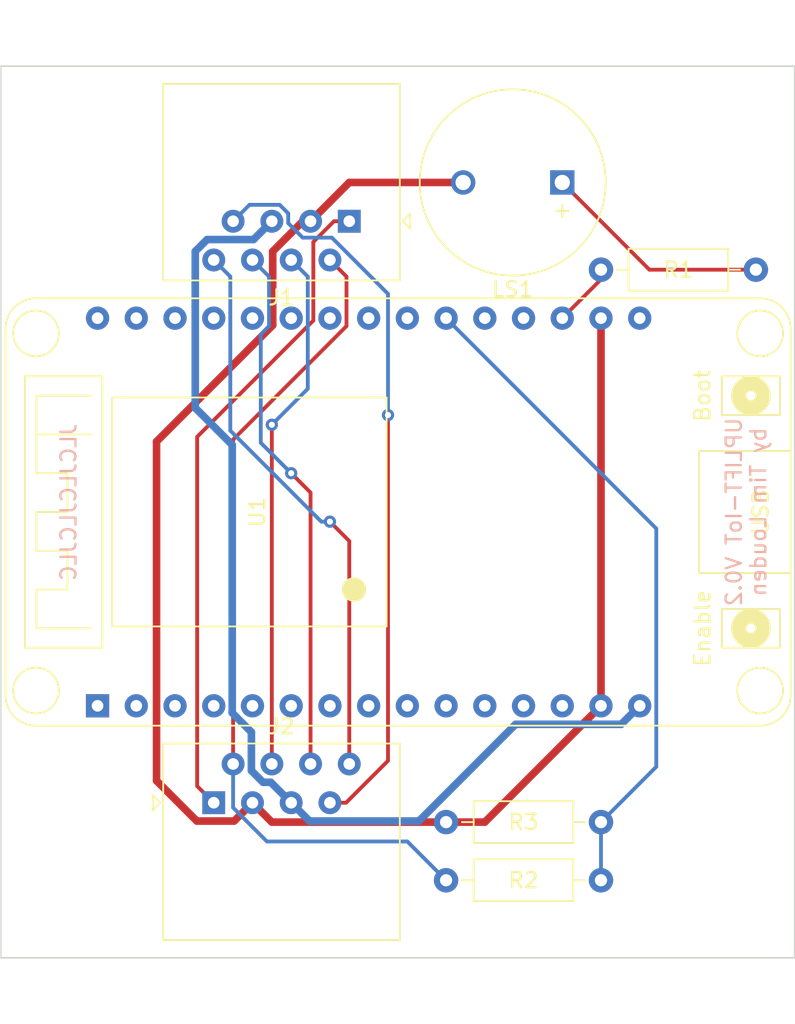
<source format=kicad_pcb>
(kicad_pcb (version 20171130) (host pcbnew "(5.1.10)-1")

  (general
    (thickness 1.6)
    (drawings 6)
    (tracks 86)
    (zones 0)
    (modules 11)
    (nets 37)
  )

  (page A4)
  (layers
    (0 F.Cu signal)
    (31 B.Cu signal)
    (32 B.Adhes user hide)
    (33 F.Adhes user hide)
    (34 B.Paste user hide)
    (35 F.Paste user hide)
    (36 B.SilkS user)
    (37 F.SilkS user)
    (38 B.Mask user hide)
    (39 F.Mask user hide)
    (40 Dwgs.User user hide)
    (41 Cmts.User user hide)
    (42 Eco1.User user hide)
    (43 Eco2.User user hide)
    (44 Edge.Cuts user)
    (45 Margin user hide)
    (46 B.CrtYd user hide)
    (47 F.CrtYd user)
    (48 B.Fab user hide)
    (49 F.Fab user)
  )

  (setup
    (last_trace_width 0.25)
    (user_trace_width 0.5)
    (trace_clearance 0.2)
    (zone_clearance 0.508)
    (zone_45_only no)
    (trace_min 0.2)
    (via_size 0.8)
    (via_drill 0.4)
    (via_min_size 0.4)
    (via_min_drill 0.3)
    (uvia_size 0.3)
    (uvia_drill 0.1)
    (uvias_allowed no)
    (uvia_min_size 0.2)
    (uvia_min_drill 0.1)
    (edge_width 0.1)
    (segment_width 0.2)
    (pcb_text_width 0.3)
    (pcb_text_size 1.5 1.5)
    (mod_edge_width 0.15)
    (mod_text_size 1 1)
    (mod_text_width 0.15)
    (pad_size 1.524 1.524)
    (pad_drill 0.762)
    (pad_to_mask_clearance 0)
    (aux_axis_origin 0 0)
    (visible_elements 7FFDFFFF)
    (pcbplotparams
      (layerselection 0x010fc_ffffffff)
      (usegerberextensions true)
      (usegerberattributes true)
      (usegerberadvancedattributes true)
      (creategerberjobfile true)
      (excludeedgelayer true)
      (linewidth 0.100000)
      (plotframeref false)
      (viasonmask false)
      (mode 1)
      (useauxorigin false)
      (hpglpennumber 1)
      (hpglpenspeed 20)
      (hpglpendiameter 15.000000)
      (psnegative false)
      (psa4output false)
      (plotreference true)
      (plotvalue true)
      (plotinvisibletext false)
      (padsonsilk false)
      (subtractmaskfromsilk true)
      (outputformat 1)
      (mirror false)
      (drillshape 0)
      (scaleselection 1)
      (outputdirectory "plot/"))
  )

  (net 0 "")
  (net 1 "Net-(J1-Pad8)")
  (net 2 "Net-(J1-Pad7)")
  (net 3 "Net-(J1-Pad6)")
  (net 4 +5V)
  (net 5 "Net-(J1-Pad4)")
  (net 6 GND)
  (net 7 uart_data)
  (net 8 "Net-(J1-Pad1)")
  (net 9 "Net-(LS1-Pad1)")
  (net 10 speaker)
  (net 11 esp32_rx2)
  (net 12 "Net-(U1-Pad30)")
  (net 13 "Net-(U1-Pad29)")
  (net 14 "Net-(U1-Pad28)")
  (net 15 "Net-(U1-Pad27)")
  (net 16 "Net-(U1-Pad26)")
  (net 17 "Net-(U1-Pad25)")
  (net 18 "Net-(U1-Pad24)")
  (net 19 "Net-(U1-Pad23)")
  (net 20 "Net-(U1-Pad22)")
  (net 21 "Net-(U1-Pad20)")
  (net 22 "Net-(U1-Pad19)")
  (net 23 "Net-(U1-Pad16)")
  (net 24 "Net-(U1-Pad13)")
  (net 25 "Net-(U1-Pad12)")
  (net 26 "Net-(U1-Pad11)")
  (net 27 "Net-(U1-Pad10)")
  (net 28 "Net-(U1-Pad9)")
  (net 29 "Net-(U1-Pad8)")
  (net 30 "Net-(U1-Pad7)")
  (net 31 "Net-(U1-Pad6)")
  (net 32 "Net-(U1-Pad5)")
  (net 33 "Net-(U1-Pad4)")
  (net 34 "Net-(U1-Pad3)")
  (net 35 "Net-(U1-Pad2)")
  (net 36 "Net-(U1-Pad1)")

  (net_class Default "This is the default net class."
    (clearance 0.2)
    (trace_width 0.25)
    (via_dia 0.8)
    (via_drill 0.4)
    (uvia_dia 0.3)
    (uvia_drill 0.1)
    (add_net "Net-(J1-Pad1)")
    (add_net "Net-(J1-Pad4)")
    (add_net "Net-(J1-Pad6)")
    (add_net "Net-(J1-Pad7)")
    (add_net "Net-(J1-Pad8)")
    (add_net "Net-(LS1-Pad1)")
    (add_net "Net-(U1-Pad1)")
    (add_net "Net-(U1-Pad10)")
    (add_net "Net-(U1-Pad11)")
    (add_net "Net-(U1-Pad12)")
    (add_net "Net-(U1-Pad13)")
    (add_net "Net-(U1-Pad16)")
    (add_net "Net-(U1-Pad19)")
    (add_net "Net-(U1-Pad2)")
    (add_net "Net-(U1-Pad20)")
    (add_net "Net-(U1-Pad22)")
    (add_net "Net-(U1-Pad23)")
    (add_net "Net-(U1-Pad24)")
    (add_net "Net-(U1-Pad25)")
    (add_net "Net-(U1-Pad26)")
    (add_net "Net-(U1-Pad27)")
    (add_net "Net-(U1-Pad28)")
    (add_net "Net-(U1-Pad29)")
    (add_net "Net-(U1-Pad3)")
    (add_net "Net-(U1-Pad30)")
    (add_net "Net-(U1-Pad4)")
    (add_net "Net-(U1-Pad5)")
    (add_net "Net-(U1-Pad6)")
    (add_net "Net-(U1-Pad7)")
    (add_net "Net-(U1-Pad8)")
    (add_net "Net-(U1-Pad9)")
    (add_net esp32_rx2)
    (add_net speaker)
    (add_net uart_data)
  )

  (net_class Power ""
    (clearance 0.2)
    (trace_width 0.5)
    (via_dia 0.8)
    (via_drill 0.4)
    (uvia_dia 0.3)
    (uvia_drill 0.1)
    (add_net +5V)
    (add_net GND)
  )

  (module Connector_RJ:RJ45_Amphenol_54602-x08_Horizontal (layer F.Cu) (tedit 6138EA07) (tstamp 6137A63B)
    (at 26.67 66.04)
    (descr "8 Pol Shallow Latch Connector, Modjack, RJ45 (https://cdn.amphenol-icc.com/media/wysiwyg/files/drawing/c-bmj-0102.pdf)")
    (tags RJ45)
    (path /61341F55)
    (fp_text reference J2 (at 4.445 -5) (layer F.SilkS)
      (effects (font (size 1 1) (thickness 0.15)))
    )
    (fp_text value RJ45 (at 4.445 4) (layer F.Fab)
      (effects (font (size 1 1) (thickness 0.15)))
    )
    (fp_line (start 12.6 14.47) (end -3.71 14.47) (layer F.CrtYd) (width 0.05))
    (fp_line (start 12.6 14.47) (end 12.6 -4.27) (layer F.CrtYd) (width 0.05))
    (fp_line (start -3.71 -4.27) (end -3.71 14.47) (layer F.CrtYd) (width 0.05))
    (fp_line (start -3.71 -4.27) (end 12.6 -4.27) (layer F.CrtYd) (width 0.05))
    (fp_line (start -3.315 -3.88) (end -3.315 9) (layer F.SilkS) (width 0.12))
    (fp_line (start 12.205 -3.88) (end -3.315 -3.88) (layer F.SilkS) (width 0.12))
    (fp_line (start 12.205 -3.88) (end 12.205 9) (layer F.SilkS) (width 0.12))
    (fp_line (start -3.315 9) (end 12.205 9) (layer F.SilkS) (width 0.12))
    (fp_line (start -3.205 -2.77) (end -2.205 -3.77) (layer F.Fab) (width 0.12))
    (fp_line (start -2.205 -3.77) (end 12.095 -3.77) (layer F.Fab) (width 0.12))
    (fp_line (start 12.095 -3.77) (end 12.095 13.97) (layer F.Fab) (width 0.12))
    (fp_line (start 12.095 13.97) (end -3.205 13.97) (layer F.Fab) (width 0.12))
    (fp_line (start -3.205 13.97) (end -3.205 -2.77) (layer F.Fab) (width 0.12))
    (fp_line (start -3.5 0) (end -4 -0.5) (layer F.SilkS) (width 0.12))
    (fp_line (start -4 -0.5) (end -4 0.5) (layer F.SilkS) (width 0.12))
    (fp_line (start -4 0.5) (end -3.5 0) (layer F.SilkS) (width 0.12))
    (fp_text user %R (at 4.445 2) (layer F.Fab)
      (effects (font (size 1 1) (thickness 0.15)))
    )
    (pad 8 thru_hole circle (at 8.89 -2.54) (size 1.5 1.5) (drill 0.76) (layers *.Cu *.Mask)
      (net 1 "Net-(J1-Pad8)"))
    (pad 7 thru_hole circle (at 7.62 0) (size 1.5 1.5) (drill 0.76) (layers *.Cu *.Mask)
      (net 2 "Net-(J1-Pad7)"))
    (pad 6 thru_hole circle (at 6.35 -2.54) (size 1.5 1.5) (drill 0.76) (layers *.Cu *.Mask)
      (net 3 "Net-(J1-Pad6)"))
    (pad 5 thru_hole circle (at 5.08 0) (size 1.5 1.5) (drill 0.76) (layers *.Cu *.Mask)
      (net 4 +5V))
    (pad 4 thru_hole circle (at 3.81 -2.54) (size 1.5 1.5) (drill 0.76) (layers *.Cu *.Mask)
      (net 5 "Net-(J1-Pad4)"))
    (pad 3 thru_hole circle (at 2.54 0) (size 1.5 1.5) (drill 0.76) (layers *.Cu *.Mask)
      (net 6 GND))
    (pad 2 thru_hole circle (at 1.27 -2.54) (size 1.5 1.5) (drill 0.76) (layers *.Cu *.Mask)
      (net 7 uart_data))
    (pad 1 thru_hole rect (at 0 0) (size 1.5 1.5) (drill 0.76) (layers *.Cu *.Mask)
      (net 8 "Net-(J1-Pad1)"))
    (pad "" np_thru_hole circle (at -1.27 6.35) (size 3.2 3.2) (drill 3.2) (layers *.Cu *.Mask))
    (pad "" np_thru_hole circle (at 10.16 6.35) (size 3.2 3.2) (drill 3.2) (layers *.Cu *.Mask))
    (model ${KISYS3DMOD}/Connector_RJ.3dshapes/RJ45_Amphenol_54602-x08_Horizontal.wrl
      (at (xyz 0 0 0))
      (scale (xyz 1 1 1))
      (rotate (xyz 0 0 0))
    )
  )

  (module Buzzer_Beeper:MagneticBuzzer_ProSignal_ABT-410-RC (layer F.Cu) (tedit 5A030281) (tstamp 6139048D)
    (at 49.53 25.4 180)
    (descr "Buzzer, Elektromagnetic Beeper, Summer, 1,5V-DC,")
    (tags "Pro Signal ABT-410-RC ")
    (path /61344E52)
    (fp_text reference LS1 (at 3.25 -7) (layer F.SilkS)
      (effects (font (size 1 1) (thickness 0.15)))
    )
    (fp_text value Speaker (at 3.25 7) (layer F.Fab)
      (effects (font (size 1 1) (thickness 0.15)))
    )
    (fp_circle (center 3.25 0) (end 9.25 0) (layer F.Fab) (width 0.1))
    (fp_circle (center 3.25 0) (end 4.4 0) (layer F.Fab) (width 0.1))
    (fp_circle (center 3.25 0) (end 9.35 0) (layer F.SilkS) (width 0.12))
    (fp_circle (center 3.25 0) (end 9.5 0) (layer F.CrtYd) (width 0.05))
    (fp_text user %R (at 3.25 -7) (layer F.Fab)
      (effects (font (size 1 1) (thickness 0.15)))
    )
    (fp_text user + (at 0 -1.8) (layer F.SilkS)
      (effects (font (size 1 1) (thickness 0.15)))
    )
    (fp_text user + (at 0 -1.8) (layer F.Fab)
      (effects (font (size 1 1) (thickness 0.15)))
    )
    (pad 2 thru_hole circle (at 6.5 0 180) (size 1.6 1.6) (drill 1) (layers *.Cu *.Mask)
      (net 6 GND))
    (pad 1 thru_hole rect (at 0 0 180) (size 1.6 1.6) (drill 1) (layers *.Cu *.Mask)
      (net 9 "Net-(LS1-Pad1)"))
    (model ${KISYS3DMOD}/Buzzer_Beeper.3dshapes/MagneticBuzzer_ProSignal_ABT-410-RC.wrl
      (at (xyz 0 0 0))
      (scale (xyz 1 1 1))
      (rotate (xyz 0 0 0))
    )
  )

  (module ESP32_DevKit_V1_DOIT:esp32_devkit_v1_doit (layer F.Cu) (tedit 5F4BBE44) (tstamp 6137A6E0)
    (at 19.05 46.99 90)
    (descr "ESPWROOM32, ESP32, 30 GPIOs version")
    (path /6136C14B)
    (attr smd)
    (fp_text reference U1 (at 0 10.47 90) (layer F.SilkS)
      (effects (font (size 1 1) (thickness 0.15)))
    )
    (fp_text value ESP32_DevKit_V1_DOIT (at 0 8.7 90) (layer F.Fab)
      (effects (font (size 1 1) (thickness 0.15)))
    )
    (fp_circle (center 7.62 42.855) (end 7.92 42.855) (layer F.SilkS) (width 1))
    (fp_circle (center -7.62 42.855) (end -7.32 42.855) (layer F.SilkS) (width 1))
    (fp_line (start -6.35 40.95) (end -6.35 44.76) (layer F.SilkS) (width 0.12))
    (fp_line (start -8.89 40.95) (end -6.35 40.95) (layer F.SilkS) (width 0.12))
    (fp_line (start -8.89 44.76) (end -8.89 40.95) (layer F.SilkS) (width 0.12))
    (fp_line (start -6.35 44.76) (end -8.89 44.76) (layer F.SilkS) (width 0.12))
    (fp_line (start 6.35 44.76) (end 6.35 40.95) (layer F.SilkS) (width 0.12))
    (fp_line (start 8.89 44.76) (end 6.35 44.76) (layer F.SilkS) (width 0.12))
    (fp_line (start 8.89 40.95) (end 8.89 44.76) (layer F.SilkS) (width 0.12))
    (fp_line (start 6.35 40.95) (end 8.89 40.95) (layer F.SilkS) (width 0.12))
    (fp_circle (center -5.08 16.82) (end -4.68 16.82) (layer F.SilkS) (width 0.8))
    (fp_line (start -7.5 18.96) (end -7.5 0.96) (layer F.SilkS) (width 0.12))
    (fp_line (start 7.5 18.96) (end -7.5 18.96) (layer F.SilkS) (width 0.12))
    (fp_line (start 7.5 0.96) (end 7.5 18.96) (layer F.SilkS) (width 0.12))
    (fp_line (start -7.5 0.96) (end 7.5 0.96) (layer F.SilkS) (width 0.12))
    (fp_line (start 5.08 -4.008) (end 5.08 -0.452) (layer F.SilkS) (width 0.12))
    (fp_line (start 7.62 -4.008) (end 7.62 -0.452) (layer F.SilkS) (width 0.12))
    (fp_line (start 2.54 -4.008) (end 7.62 -4.008) (layer F.SilkS) (width 0.12))
    (fp_line (start 2.54 -1.976) (end 2.54 -4.008) (layer F.SilkS) (width 0.12))
    (fp_line (start 0 -1.976) (end 2.54 -1.976) (layer F.SilkS) (width 0.12))
    (fp_line (start 0 -4.008) (end 0 -1.976) (layer F.SilkS) (width 0.12))
    (fp_line (start -2.54 -4.008) (end 0 -4.008) (layer F.SilkS) (width 0.12))
    (fp_line (start -2.54 -1.976) (end -2.54 -4.008) (layer F.SilkS) (width 0.12))
    (fp_line (start -5.08 -1.976) (end -2.54 -1.976) (layer F.SilkS) (width 0.12))
    (fp_line (start -5.08 -4.008) (end -5.08 -1.976) (layer F.SilkS) (width 0.12))
    (fp_line (start -7.62 -4.008) (end -5.08 -4.008) (layer F.SilkS) (width 0.12))
    (fp_line (start -7.62 -0.452) (end -7.62 -4.008) (layer F.SilkS) (width 0.12))
    (fp_line (start -8.89 0.31) (end -8.89 -4.77) (layer F.SilkS) (width 0.12))
    (fp_line (start 8.89 0.31) (end -8.89 0.31) (layer F.SilkS) (width 0.12))
    (fp_line (start 8.89 -4.77) (end 8.89 0.31) (layer F.SilkS) (width 0.12))
    (fp_line (start -8.89 -4.77) (end 8.89 -4.77) (layer F.SilkS) (width 0.12))
    (fp_line (start -4 39.46) (end 4 39.46) (layer F.SilkS) (width 0.12))
    (fp_line (start 4 39.46) (end 4 45.46) (layer F.SilkS) (width 0.12))
    (fp_line (start -4 39.46) (end -4 45.46) (layer F.SilkS) (width 0.12))
    (fp_circle (center 11.7 43.46) (end 13.2 43.46) (layer F.SilkS) (width 0.12))
    (fp_circle (center -11.7 43.46) (end -10.2 43.46) (layer F.SilkS) (width 0.12))
    (fp_line (start -12 -6.04) (end 12 -6.04) (layer F.SilkS) (width 0.12))
    (fp_line (start -12 45.46) (end 12 45.46) (layer F.SilkS) (width 0.12))
    (fp_line (start -14 -4.04) (end -14 43.46) (layer F.SilkS) (width 0.12))
    (fp_line (start 14 43.46) (end 14 -4.04) (layer F.SilkS) (width 0.12))
    (fp_circle (center 11.7 -4.04) (end 13.2 -4.04) (layer F.SilkS) (width 0.12))
    (fp_circle (center -11.7 -4.04) (end -10.2 -4.04) (layer F.SilkS) (width 0.12))
    (fp_arc (start 12 43.46) (end 12 45.46) (angle -90) (layer F.SilkS) (width 0.12))
    (fp_arc (start -12 43.46) (end -14 43.46) (angle -90) (layer F.SilkS) (width 0.12))
    (fp_arc (start -12 -4.04) (end -12 -6.04) (angle -90) (layer F.SilkS) (width 0.12))
    (fp_arc (start 12 -4.04) (end 14 -4.04) (angle -90) (layer F.SilkS) (width 0.12))
    (fp_text user Enable (at -7.62 39.68 90) (layer F.SilkS)
      (effects (font (size 1 1) (thickness 0.15)))
    )
    (fp_text user Boot (at 7.62 39.68 90) (layer F.SilkS)
      (effects (font (size 1 1) (thickness 0.15)))
    )
    (fp_text user USB (at 0 43.49 90) (layer F.SilkS)
      (effects (font (size 1 1) (thickness 0.15)))
    )
    (pad 30 thru_hole circle (at 12.7 0 90) (size 1.524 1.524) (drill 0.762) (layers *.Cu *.Mask)
      (net 12 "Net-(U1-Pad30)"))
    (pad 29 thru_hole circle (at 12.7 2.54 90) (size 1.524 1.524) (drill 0.762) (layers *.Cu *.Mask)
      (net 13 "Net-(U1-Pad29)"))
    (pad 28 thru_hole circle (at 12.7 5.08 90) (size 1.524 1.524) (drill 0.762) (layers *.Cu *.Mask)
      (net 14 "Net-(U1-Pad28)"))
    (pad 27 thru_hole circle (at 12.7 7.62 90) (size 1.524 1.524) (drill 0.762) (layers *.Cu *.Mask)
      (net 15 "Net-(U1-Pad27)"))
    (pad 26 thru_hole circle (at 12.7 10.16 90) (size 1.524 1.524) (drill 0.762) (layers *.Cu *.Mask)
      (net 16 "Net-(U1-Pad26)"))
    (pad 25 thru_hole circle (at 12.7 12.7 90) (size 1.524 1.524) (drill 0.762) (layers *.Cu *.Mask)
      (net 17 "Net-(U1-Pad25)"))
    (pad 24 thru_hole circle (at 12.7 15.24 90) (size 1.524 1.524) (drill 0.762) (layers *.Cu *.Mask)
      (net 18 "Net-(U1-Pad24)"))
    (pad 23 thru_hole circle (at 12.7 17.78 90) (size 1.524 1.524) (drill 0.762) (layers *.Cu *.Mask)
      (net 19 "Net-(U1-Pad23)"))
    (pad 22 thru_hole circle (at 12.7 20.32 90) (size 1.524 1.524) (drill 0.762) (layers *.Cu *.Mask)
      (net 20 "Net-(U1-Pad22)"))
    (pad 21 thru_hole circle (at 12.7 22.86 90) (size 1.524 1.524) (drill 0.762) (layers *.Cu *.Mask)
      (net 11 esp32_rx2))
    (pad 20 thru_hole circle (at 12.7 25.4 90) (size 1.524 1.524) (drill 0.762) (layers *.Cu *.Mask)
      (net 21 "Net-(U1-Pad20)"))
    (pad 19 thru_hole circle (at 12.7 27.94 90) (size 1.524 1.524) (drill 0.762) (layers *.Cu *.Mask)
      (net 22 "Net-(U1-Pad19)"))
    (pad 18 thru_hole circle (at 12.7 30.48 90) (size 1.524 1.524) (drill 0.762) (layers *.Cu *.Mask)
      (net 10 speaker))
    (pad 17 thru_hole circle (at 12.7 33.02 90) (size 1.524 1.524) (drill 0.762) (layers *.Cu *.Mask)
      (net 6 GND))
    (pad 16 thru_hole circle (at 12.7 35.56 90) (size 1.524 1.524) (drill 0.762) (layers *.Cu *.Mask)
      (net 23 "Net-(U1-Pad16)"))
    (pad 15 thru_hole circle (at -12.7 35.56 90) (size 1.524 1.524) (drill 0.762) (layers *.Cu *.Mask)
      (net 4 +5V))
    (pad 14 thru_hole circle (at -12.7 33.02 90) (size 1.524 1.524) (drill 0.762) (layers *.Cu *.Mask)
      (net 6 GND))
    (pad 13 thru_hole circle (at -12.7 30.48 90) (size 1.524 1.524) (drill 0.762) (layers *.Cu *.Mask)
      (net 24 "Net-(U1-Pad13)"))
    (pad 12 thru_hole circle (at -12.7 27.94 90) (size 1.524 1.524) (drill 0.762) (layers *.Cu *.Mask)
      (net 25 "Net-(U1-Pad12)"))
    (pad 11 thru_hole circle (at -12.7 25.4 90) (size 1.524 1.524) (drill 0.762) (layers *.Cu *.Mask)
      (net 26 "Net-(U1-Pad11)"))
    (pad 10 thru_hole circle (at -12.7 22.86 90) (size 1.524 1.524) (drill 0.762) (layers *.Cu *.Mask)
      (net 27 "Net-(U1-Pad10)"))
    (pad 9 thru_hole circle (at -12.7 20.32 90) (size 1.524 1.524) (drill 0.762) (layers *.Cu *.Mask)
      (net 28 "Net-(U1-Pad9)"))
    (pad 8 thru_hole circle (at -12.7 17.78 90) (size 1.524 1.524) (drill 0.762) (layers *.Cu *.Mask)
      (net 29 "Net-(U1-Pad8)"))
    (pad 7 thru_hole circle (at -12.7 15.24 90) (size 1.524 1.524) (drill 0.762) (layers *.Cu *.Mask)
      (net 30 "Net-(U1-Pad7)"))
    (pad 6 thru_hole circle (at -12.7 12.7 90) (size 1.524 1.524) (drill 0.762) (layers *.Cu *.Mask)
      (net 31 "Net-(U1-Pad6)"))
    (pad 5 thru_hole circle (at -12.7 10.16 90) (size 1.524 1.524) (drill 0.762) (layers *.Cu *.Mask)
      (net 32 "Net-(U1-Pad5)"))
    (pad 4 thru_hole circle (at -12.7 7.62 90) (size 1.524 1.524) (drill 0.762) (layers *.Cu *.Mask)
      (net 33 "Net-(U1-Pad4)"))
    (pad 3 thru_hole circle (at -12.7 5.08 90) (size 1.524 1.524) (drill 0.762) (layers *.Cu *.Mask)
      (net 34 "Net-(U1-Pad3)"))
    (pad 2 thru_hole circle (at -12.7 2.54 90) (size 1.524 1.524) (drill 0.762) (layers *.Cu *.Mask)
      (net 35 "Net-(U1-Pad2)"))
    (pad 1 thru_hole rect (at -12.7 0 90) (size 1.524 1.524) (drill 0.762) (layers *.Cu *.Mask)
      (net 36 "Net-(U1-Pad1)"))
    (model ${KISYS3DMOD}/Button_Switch_SMD.3dshapes/SW_SPST_B3U-1000P-B.wrl
      (offset (xyz 7.5 -43 4))
      (scale (xyz 1 1 1))
      (rotate (xyz 0 0 90))
    )
    (model ${KISYS3DMOD}/Button_Switch_SMD.3dshapes/SW_SPST_B3U-1000P-B.wrl
      (offset (xyz -7.5 -43 4))
      (scale (xyz 1 1 1))
      (rotate (xyz 0 0 90))
    )
    (model ${KISYS3DMOD}/Connector_PinHeader_2.54mm.3dshapes/PinHeader_1x15_P2.54mm_Vertical.wrl
      (offset (xyz -12.7 0 2.5))
      (scale (xyz 1 1 1))
      (rotate (xyz 0 180 0))
    )
    (model ${KISYS3DMOD}/Connector_PinHeader_2.54mm.3dshapes/PinHeader_1x15_P2.54mm_Vertical.wrl
      (offset (xyz 12.7 0 2.5))
      (scale (xyz 1 1 1))
      (rotate (xyz 0 180 0))
    )
    (model ${VL_PACKAGES3D}/esp32_devkit_v1_doit.3dshapes/esp32_devkit_v1_doit.step
      (offset (xyz -12.7 0 2.5))
      (scale (xyz 1 1 1))
      (rotate (xyz 0 0 0))
    )
    (model ${KISYS3DMOD}/Connector_USB.3dshapes/USB_Micro-B_Molex_47346-0001.wrl
      (offset (xyz 0 -42 4))
      (scale (xyz 1 1 1))
      (rotate (xyz 0 0 0))
    )
    (model ${KISYS3DMOD}/LED_SMD.3dshapes/LED_1206_3216Metric.wrl
      (offset (xyz -6 -23 4))
      (scale (xyz 1 1 1))
      (rotate (xyz 0 0 -90))
    )
    (model ${KISYS3DMOD}/LED_SMD.3dshapes/LED_1206_3216Metric.wrl
      (offset (xyz 6 -23 4))
      (scale (xyz 1 1 1))
      (rotate (xyz 0 0 -90))
    )
    (model ${KISYS3DMOD}/Capacitor_Tantalum_SMD.3dshapes/CP_EIA-2012-15_AVX-P.wrl
      (offset (xyz -6.5 -27.5 4))
      (scale (xyz 1 1 1))
      (rotate (xyz 0 0 0))
    )
    (model ${KISYS3DMOD}/Package_TO_SOT_SMD.3dshapes/SOT-223.wrl
      (offset (xyz -6 -33 4))
      (scale (xyz 1 1 1))
      (rotate (xyz 0 0 -180))
    )
    (model ${KISYS3DMOD}/Resistor_SMD.3dshapes/R_0603_1608Metric.wrl
      (offset (xyz -7 -38.5 4))
      (scale (xyz 1 1 1))
      (rotate (xyz 0 0 0))
    )
    (model ${KISYS3DMOD}/Resistor_SMD.3dshapes/R_0603_1608Metric.wrl
      (offset (xyz 8.5 -38.5 4))
      (scale (xyz 1 1 1))
      (rotate (xyz 0 0 0))
    )
    (model ${KISYS3DMOD}/Resistor_SMD.3dshapes/R_0603_1608Metric.wrl
      (offset (xyz 5.5 -38.5 4))
      (scale (xyz 1 1 1))
      (rotate (xyz 0 0 0))
    )
    (model ${KISYS3DMOD}/Package_TO_SOT_SMD.3dshapes/SOT-23.wrl
      (offset (xyz -0.5 -27.5 4))
      (scale (xyz 1 1 1))
      (rotate (xyz 0 0 0))
    )
    (model ${KISYS3DMOD}/Package_TO_SOT_SMD.3dshapes/SOT-23.wrl
      (offset (xyz 6 -27.5 4))
      (scale (xyz 1 1 1))
      (rotate (xyz 0 0 -180))
    )
    (model ${KISYS3DMOD}/Resistor_SMD.3dshapes/R_0603_1608Metric.wrl
      (offset (xyz 9 -27.5 4))
      (scale (xyz 1 1 1))
      (rotate (xyz 0 0 90))
    )
    (model ${KISYS3DMOD}/Resistor_SMD.3dshapes/R_0603_1608Metric.wrl
      (offset (xyz -3.5 -27.5 4))
      (scale (xyz 1 1 1))
      (rotate (xyz 0 0 90))
    )
    (model ${KISYS3DMOD}/Capacitor_SMD.3dshapes/C_0603_1608Metric.wrl
      (offset (xyz -0.5 -38.5 4))
      (scale (xyz 1 1 1))
      (rotate (xyz 0 0 0))
    )
    (model ${KISYS3DMOD}/Diode_SMD.3dshapes/D_0603_1608Metric.wrl
      (offset (xyz -3 -38.5 4))
      (scale (xyz 1 1 1))
      (rotate (xyz 0 0 0))
    )
    (model ${KISYS3DMOD}/Resistor_SMD.3dshapes/R_0603_1608Metric.wrl
      (offset (xyz -3 -23 4))
      (scale (xyz 1 1 1))
      (rotate (xyz 0 0 90))
    )
    (model ${KISYS3DMOD}/Resistor_SMD.3dshapes/R_0603_1608Metric.wrl
      (offset (xyz -1.5 -23 4))
      (scale (xyz 1 1 1))
      (rotate (xyz 0 0 90))
    )
    (model ${KISYS3DMOD}/Resistor_SMD.3dshapes/R_0603_1608Metric.wrl
      (offset (xyz 0 -23 4))
      (scale (xyz 1 1 1))
      (rotate (xyz 0 0 90))
    )
    (model ${KISYS3DMOD}/Resistor_SMD.3dshapes/R_0603_1608Metric.wrl
      (offset (xyz 1.5 -23 4))
      (scale (xyz 1 1 1))
      (rotate (xyz 0 0 90))
    )
    (model ${KISYS3DMOD}/Resistor_SMD.3dshapes/R_0603_1608Metric.wrl
      (offset (xyz 3 -23 4))
      (scale (xyz 1 1 1))
      (rotate (xyz 0 0 90))
    )
    (model ${KISYS3DMOD}/Package_DFN_QFN.3dshapes/QFN-28-1EP_5x5mm_P0.5mm_EP3.35x3.35mm.wrl
      (offset (xyz 7 -33.5 4))
      (scale (xyz 1 1 1))
      (rotate (xyz 0 0 0))
    )
    (model ${KISYS3DMOD}/Resistor_SMD.3dshapes/R_0603_1608Metric.wrl
      (offset (xyz 8.5 -22 4))
      (scale (xyz 1 1 1))
      (rotate (xyz 0 0 0))
    )
    (model ${KISYS3DMOD}/Resistor_SMD.3dshapes/R_0603_1608Metric.wrl
      (offset (xyz 8.5 -24 4))
      (scale (xyz 1 1 1))
      (rotate (xyz 0 0 0))
    )
    (model ${KISYS3DMOD}/Capacitor_SMD.3dshapes/C_0603_1608Metric.wrl
      (offset (xyz -8.5 -22 4))
      (scale (xyz 1 1 1))
      (rotate (xyz 0 0 0))
    )
    (model ${KISYS3DMOD}/Capacitor_SMD.3dshapes/C_0603_1608Metric.wrl
      (offset (xyz -8.5 -24 4))
      (scale (xyz 1 1 1))
      (rotate (xyz 0 0 0))
    )
    (model ${KISYS3DMOD}/RF_Module.3dshapes/ESP32-WROOM-32.wrl
      (offset (xyz 0 -10 4))
      (scale (xyz 1 1 1))
      (rotate (xyz 0 0 0))
    )
  )

  (module Connector_RJ:RJ45_Amphenol_54602-x08_Horizontal-ALT-Silk (layer F.Cu) (tedit 6138E9B6) (tstamp 6137A61C)
    (at 35.56 27.94 180)
    (descr "8 Pol Shallow Latch Connector, Modjack, RJ45 (https://cdn.amphenol-icc.com/media/wysiwyg/files/drawing/c-bmj-0102.pdf)")
    (tags RJ45)
    (path /6133FFC0)
    (fp_text reference J1 (at 4.445 -5 180) (layer F.SilkS)
      (effects (font (size 1 1) (thickness 0.15)))
    )
    (fp_text value RJ45 (at 4.445 4 180) (layer F.Fab)
      (effects (font (size 1 1) (thickness 0.15)))
    )
    (fp_line (start 12.6 14.47) (end -3.71 14.47) (layer F.CrtYd) (width 0.05))
    (fp_line (start 12.6 14.47) (end 12.6 -4.27) (layer F.CrtYd) (width 0.05))
    (fp_line (start -3.71 -4.27) (end -3.71 14.47) (layer F.CrtYd) (width 0.05))
    (fp_line (start -3.71 -4.27) (end 12.6 -4.27) (layer F.CrtYd) (width 0.05))
    (fp_line (start -3.315 -3.88) (end -3.315 9) (layer F.SilkS) (width 0.12))
    (fp_line (start 12.205 -3.88) (end -3.315 -3.88) (layer F.SilkS) (width 0.12))
    (fp_line (start 12.205 -3.88) (end 12.205 9) (layer F.SilkS) (width 0.12))
    (fp_line (start -3.315 9) (end 12.205 9) (layer F.SilkS) (width 0.12))
    (fp_line (start -3.205 -2.77) (end -2.205 -3.77) (layer F.Fab) (width 0.12))
    (fp_line (start -2.205 -3.77) (end 12.095 -3.77) (layer F.Fab) (width 0.12))
    (fp_line (start 12.095 -3.77) (end 12.095 13.97) (layer F.Fab) (width 0.12))
    (fp_line (start 12.095 13.97) (end -3.205 13.97) (layer F.Fab) (width 0.12))
    (fp_line (start -3.205 13.97) (end -3.205 -2.77) (layer F.Fab) (width 0.12))
    (fp_line (start -3.5 0) (end -4 -0.5) (layer F.SilkS) (width 0.12))
    (fp_line (start -4 -0.5) (end -4 0.5) (layer F.SilkS) (width 0.12))
    (fp_line (start -4 0.5) (end -3.5 0) (layer F.SilkS) (width 0.12))
    (fp_text user %R (at 4.445 2 180) (layer F.Fab)
      (effects (font (size 1 1) (thickness 0.15)))
    )
    (pad 8 thru_hole circle (at 8.89 -2.54 180) (size 1.5 1.5) (drill 0.76) (layers *.Cu *.Mask)
      (net 1 "Net-(J1-Pad8)"))
    (pad 7 thru_hole circle (at 7.62 0 180) (size 1.5 1.5) (drill 0.76) (layers *.Cu *.Mask)
      (net 2 "Net-(J1-Pad7)"))
    (pad 6 thru_hole circle (at 6.35 -2.54 180) (size 1.5 1.5) (drill 0.76) (layers *.Cu *.Mask)
      (net 3 "Net-(J1-Pad6)"))
    (pad 5 thru_hole circle (at 5.08 0 180) (size 1.5 1.5) (drill 0.76) (layers *.Cu *.Mask)
      (net 4 +5V))
    (pad 4 thru_hole circle (at 3.81 -2.54 180) (size 1.5 1.5) (drill 0.76) (layers *.Cu *.Mask)
      (net 5 "Net-(J1-Pad4)"))
    (pad 3 thru_hole circle (at 2.54 0 180) (size 1.5 1.5) (drill 0.76) (layers *.Cu *.Mask)
      (net 6 GND))
    (pad 2 thru_hole circle (at 1.27 -2.54 180) (size 1.5 1.5) (drill 0.76) (layers *.Cu *.Mask)
      (net 7 uart_data))
    (pad 1 thru_hole rect (at 0 0 180) (size 1.5 1.5) (drill 0.76) (layers *.Cu *.Mask)
      (net 8 "Net-(J1-Pad1)"))
    (pad "" np_thru_hole circle (at -1.27 6.35 180) (size 3.2 3.2) (drill 3.2) (layers *.Cu *.Mask))
    (pad "" np_thru_hole circle (at 10.16 6.35 180) (size 3.2 3.2) (drill 3.2) (layers *.Cu *.Mask))
    (model ${KISYS3DMOD}/Connector_RJ.3dshapes/RJ45_Amphenol_54602-x08_Horizontal.wrl
      (at (xyz 0 0 0))
      (scale (xyz 1 1 1))
      (rotate (xyz 0 0 0))
    )
  )

  (module MountingHole:MountingHole_3.2mm_M3 (layer F.Cu) (tedit 56D1B4CB) (tstamp 6138DC56)
    (at 17.78 72.39)
    (descr "Mounting Hole 3.2mm, no annular, M3")
    (tags "mounting hole 3.2mm no annular m3")
    (attr virtual)
    (fp_text reference REF** (at 0 -4.2) (layer F.SilkS) hide
      (effects (font (size 1 1) (thickness 0.15)))
    )
    (fp_text value MountingHole_3.2mm_M3 (at 0 4.2) (layer F.Fab)
      (effects (font (size 1 1) (thickness 0.15)))
    )
    (fp_circle (center 0 0) (end 3.2 0) (layer Cmts.User) (width 0.15))
    (fp_circle (center 0 0) (end 3.45 0) (layer F.CrtYd) (width 0.05))
    (fp_text user %R (at 0.3 0) (layer F.Fab)
      (effects (font (size 1 1) (thickness 0.15)))
    )
    (pad 1 np_thru_hole circle (at 0 0) (size 3.2 3.2) (drill 3.2) (layers *.Cu *.Mask))
  )

  (module MountingHole:MountingHole_3.2mm_M3 (layer F.Cu) (tedit 56D1B4CB) (tstamp 6138DC3F)
    (at 59.69 21.59)
    (descr "Mounting Hole 3.2mm, no annular, M3")
    (tags "mounting hole 3.2mm no annular m3")
    (attr virtual)
    (fp_text reference REF** (at 0 -4.2) (layer F.SilkS) hide
      (effects (font (size 1 1) (thickness 0.15)))
    )
    (fp_text value MountingHole_3.2mm_M3 (at 0 4.2) (layer F.Fab)
      (effects (font (size 1 1) (thickness 0.15)))
    )
    (fp_circle (center 0 0) (end 3.2 0) (layer Cmts.User) (width 0.15))
    (fp_circle (center 0 0) (end 3.45 0) (layer F.CrtYd) (width 0.05))
    (fp_text user %R (at 0.3 0) (layer F.Fab)
      (effects (font (size 1 1) (thickness 0.15)))
    )
    (pad 1 np_thru_hole circle (at 0 0) (size 3.2 3.2) (drill 3.2) (layers *.Cu *.Mask))
  )

  (module MountingHole:MountingHole_3.2mm_M3 (layer F.Cu) (tedit 56D1B4CB) (tstamp 6137B66D)
    (at 17.78 21.59)
    (descr "Mounting Hole 3.2mm, no annular, M3")
    (tags "mounting hole 3.2mm no annular m3")
    (attr virtual)
    (fp_text reference REF** (at 0 -4.2) (layer F.SilkS) hide
      (effects (font (size 1 1) (thickness 0.15)))
    )
    (fp_text value MountingHole_3.2mm_M3 (at 0 4.2) (layer F.Fab)
      (effects (font (size 1 1) (thickness 0.15)))
    )
    (fp_text user %R (at 0.3 0) (layer F.Fab)
      (effects (font (size 1 1) (thickness 0.15)))
    )
    (fp_circle (center 0 0) (end 3.2 0) (layer Cmts.User) (width 0.15))
    (fp_circle (center 0 0) (end 3.45 0) (layer F.CrtYd) (width 0.05))
    (pad 1 np_thru_hole circle (at 0 0) (size 3.2 3.2) (drill 3.2) (layers *.Cu *.Mask))
  )

  (module MountingHole:MountingHole_3.2mm_M3 (layer F.Cu) (tedit 56D1B4CB) (tstamp 6137B649)
    (at 59.69 72.39)
    (descr "Mounting Hole 3.2mm, no annular, M3")
    (tags "mounting hole 3.2mm no annular m3")
    (attr virtual)
    (fp_text reference REF** (at 0 -4.2) (layer F.SilkS) hide
      (effects (font (size 1 1) (thickness 0.15)))
    )
    (fp_text value MountingHole_3.2mm_M3 (at 0 4.2) (layer F.Fab)
      (effects (font (size 1 1) (thickness 0.15)))
    )
    (fp_text user %R (at 0.3 0) (layer F.Fab)
      (effects (font (size 1 1) (thickness 0.15)))
    )
    (fp_circle (center 0 0) (end 3.2 0) (layer Cmts.User) (width 0.15))
    (fp_circle (center 0 0) (end 3.45 0) (layer F.CrtYd) (width 0.05))
    (pad 1 np_thru_hole circle (at 0 0) (size 3.2 3.2) (drill 3.2) (layers *.Cu *.Mask))
  )

  (module Resistor_THT:R_Axial_DIN0207_L6.3mm_D2.5mm_P10.16mm_Horizontal (layer F.Cu) (tedit 5AE5139B) (tstamp 6137A676)
    (at 41.91 71.12)
    (descr "Resistor, Axial_DIN0207 series, Axial, Horizontal, pin pitch=10.16mm, 0.25W = 1/4W, length*diameter=6.3*2.5mm^2, http://cdn-reichelt.de/documents/datenblatt/B400/1_4W%23YAG.pdf")
    (tags "Resistor Axial_DIN0207 series Axial Horizontal pin pitch 10.16mm 0.25W = 1/4W length 6.3mm diameter 2.5mm")
    (path /6134359F)
    (fp_text reference R2 (at 5.08 0) (layer F.SilkS)
      (effects (font (size 1 1) (thickness 0.15)))
    )
    (fp_text value 2k2 (at 5.08 2.37) (layer F.Fab)
      (effects (font (size 1 1) (thickness 0.15)))
    )
    (fp_line (start 11.21 -1.5) (end -1.05 -1.5) (layer F.CrtYd) (width 0.05))
    (fp_line (start 11.21 1.5) (end 11.21 -1.5) (layer F.CrtYd) (width 0.05))
    (fp_line (start -1.05 1.5) (end 11.21 1.5) (layer F.CrtYd) (width 0.05))
    (fp_line (start -1.05 -1.5) (end -1.05 1.5) (layer F.CrtYd) (width 0.05))
    (fp_line (start 9.12 0) (end 8.35 0) (layer F.SilkS) (width 0.12))
    (fp_line (start 1.04 0) (end 1.81 0) (layer F.SilkS) (width 0.12))
    (fp_line (start 8.35 -1.37) (end 1.81 -1.37) (layer F.SilkS) (width 0.12))
    (fp_line (start 8.35 1.37) (end 8.35 -1.37) (layer F.SilkS) (width 0.12))
    (fp_line (start 1.81 1.37) (end 8.35 1.37) (layer F.SilkS) (width 0.12))
    (fp_line (start 1.81 -1.37) (end 1.81 1.37) (layer F.SilkS) (width 0.12))
    (fp_line (start 10.16 0) (end 8.23 0) (layer F.Fab) (width 0.1))
    (fp_line (start 0 0) (end 1.93 0) (layer F.Fab) (width 0.1))
    (fp_line (start 8.23 -1.25) (end 1.93 -1.25) (layer F.Fab) (width 0.1))
    (fp_line (start 8.23 1.25) (end 8.23 -1.25) (layer F.Fab) (width 0.1))
    (fp_line (start 1.93 1.25) (end 8.23 1.25) (layer F.Fab) (width 0.1))
    (fp_line (start 1.93 -1.25) (end 1.93 1.25) (layer F.Fab) (width 0.1))
    (fp_text user %R (at 5.08 0) (layer F.Fab)
      (effects (font (size 1 1) (thickness 0.15)))
    )
    (pad 2 thru_hole oval (at 10.16 0) (size 1.6 1.6) (drill 0.8) (layers *.Cu *.Mask)
      (net 11 esp32_rx2))
    (pad 1 thru_hole circle (at 0 0) (size 1.6 1.6) (drill 0.8) (layers *.Cu *.Mask)
      (net 7 uart_data))
    (model ${KISYS3DMOD}/Resistor_THT.3dshapes/R_Axial_DIN0207_L6.3mm_D2.5mm_P10.16mm_Horizontal.wrl
      (at (xyz 0 0 0))
      (scale (xyz 1 1 1))
      (rotate (xyz 0 0 0))
    )
  )

  (module Resistor_THT:R_Axial_DIN0207_L6.3mm_D2.5mm_P10.16mm_Horizontal (layer F.Cu) (tedit 5AE5139B) (tstamp 6137A68D)
    (at 52.07 67.31 180)
    (descr "Resistor, Axial_DIN0207 series, Axial, Horizontal, pin pitch=10.16mm, 0.25W = 1/4W, length*diameter=6.3*2.5mm^2, http://cdn-reichelt.de/documents/datenblatt/B400/1_4W%23YAG.pdf")
    (tags "Resistor Axial_DIN0207 series Axial Horizontal pin pitch 10.16mm 0.25W = 1/4W length 6.3mm diameter 2.5mm")
    (path /61343F6C)
    (fp_text reference R3 (at 5.08 0) (layer F.SilkS)
      (effects (font (size 1 1) (thickness 0.15)))
    )
    (fp_text value 4k7 (at 5.08 2.37) (layer F.Fab)
      (effects (font (size 1 1) (thickness 0.15)))
    )
    (fp_line (start 11.21 -1.5) (end -1.05 -1.5) (layer F.CrtYd) (width 0.05))
    (fp_line (start 11.21 1.5) (end 11.21 -1.5) (layer F.CrtYd) (width 0.05))
    (fp_line (start -1.05 1.5) (end 11.21 1.5) (layer F.CrtYd) (width 0.05))
    (fp_line (start -1.05 -1.5) (end -1.05 1.5) (layer F.CrtYd) (width 0.05))
    (fp_line (start 9.12 0) (end 8.35 0) (layer F.SilkS) (width 0.12))
    (fp_line (start 1.04 0) (end 1.81 0) (layer F.SilkS) (width 0.12))
    (fp_line (start 8.35 -1.37) (end 1.81 -1.37) (layer F.SilkS) (width 0.12))
    (fp_line (start 8.35 1.37) (end 8.35 -1.37) (layer F.SilkS) (width 0.12))
    (fp_line (start 1.81 1.37) (end 8.35 1.37) (layer F.SilkS) (width 0.12))
    (fp_line (start 1.81 -1.37) (end 1.81 1.37) (layer F.SilkS) (width 0.12))
    (fp_line (start 10.16 0) (end 8.23 0) (layer F.Fab) (width 0.1))
    (fp_line (start 0 0) (end 1.93 0) (layer F.Fab) (width 0.1))
    (fp_line (start 8.23 -1.25) (end 1.93 -1.25) (layer F.Fab) (width 0.1))
    (fp_line (start 8.23 1.25) (end 8.23 -1.25) (layer F.Fab) (width 0.1))
    (fp_line (start 1.93 1.25) (end 8.23 1.25) (layer F.Fab) (width 0.1))
    (fp_line (start 1.93 -1.25) (end 1.93 1.25) (layer F.Fab) (width 0.1))
    (fp_text user %R (at 5.08 0) (layer F.Fab)
      (effects (font (size 1 1) (thickness 0.15)))
    )
    (pad 2 thru_hole oval (at 10.16 0 180) (size 1.6 1.6) (drill 0.8) (layers *.Cu *.Mask)
      (net 6 GND))
    (pad 1 thru_hole circle (at 0 0 180) (size 1.6 1.6) (drill 0.8) (layers *.Cu *.Mask)
      (net 11 esp32_rx2))
    (model ${KISYS3DMOD}/Resistor_THT.3dshapes/R_Axial_DIN0207_L6.3mm_D2.5mm_P10.16mm_Horizontal.wrl
      (at (xyz 0 0 0))
      (scale (xyz 1 1 1))
      (rotate (xyz 0 0 0))
    )
  )

  (module Resistor_THT:R_Axial_DIN0207_L6.3mm_D2.5mm_P10.16mm_Horizontal (layer F.Cu) (tedit 5AE5139B) (tstamp 6137A65F)
    (at 52.07 31.115)
    (descr "Resistor, Axial_DIN0207 series, Axial, Horizontal, pin pitch=10.16mm, 0.25W = 1/4W, length*diameter=6.3*2.5mm^2, http://cdn-reichelt.de/documents/datenblatt/B400/1_4W%23YAG.pdf")
    (tags "Resistor Axial_DIN0207 series Axial Horizontal pin pitch 10.16mm 0.25W = 1/4W length 6.3mm diameter 2.5mm")
    (path /613443DC)
    (fp_text reference R1 (at 5.08 0) (layer F.SilkS)
      (effects (font (size 1 1) (thickness 0.15)))
    )
    (fp_text value 100 (at 5.08 2.37) (layer F.Fab)
      (effects (font (size 1 1) (thickness 0.15)))
    )
    (fp_line (start 11.21 -1.5) (end -1.05 -1.5) (layer F.CrtYd) (width 0.05))
    (fp_line (start 11.21 1.5) (end 11.21 -1.5) (layer F.CrtYd) (width 0.05))
    (fp_line (start -1.05 1.5) (end 11.21 1.5) (layer F.CrtYd) (width 0.05))
    (fp_line (start -1.05 -1.5) (end -1.05 1.5) (layer F.CrtYd) (width 0.05))
    (fp_line (start 9.12 0) (end 8.35 0) (layer F.SilkS) (width 0.12))
    (fp_line (start 1.04 0) (end 1.81 0) (layer F.SilkS) (width 0.12))
    (fp_line (start 8.35 -1.37) (end 1.81 -1.37) (layer F.SilkS) (width 0.12))
    (fp_line (start 8.35 1.37) (end 8.35 -1.37) (layer F.SilkS) (width 0.12))
    (fp_line (start 1.81 1.37) (end 8.35 1.37) (layer F.SilkS) (width 0.12))
    (fp_line (start 1.81 -1.37) (end 1.81 1.37) (layer F.SilkS) (width 0.12))
    (fp_line (start 10.16 0) (end 8.23 0) (layer F.Fab) (width 0.1))
    (fp_line (start 0 0) (end 1.93 0) (layer F.Fab) (width 0.1))
    (fp_line (start 8.23 -1.25) (end 1.93 -1.25) (layer F.Fab) (width 0.1))
    (fp_line (start 8.23 1.25) (end 8.23 -1.25) (layer F.Fab) (width 0.1))
    (fp_line (start 1.93 1.25) (end 8.23 1.25) (layer F.Fab) (width 0.1))
    (fp_line (start 1.93 -1.25) (end 1.93 1.25) (layer F.Fab) (width 0.1))
    (fp_text user %R (at 5.08 0) (layer F.Fab)
      (effects (font (size 1 1) (thickness 0.15)))
    )
    (pad 2 thru_hole oval (at 10.16 0) (size 1.6 1.6) (drill 0.8) (layers *.Cu *.Mask)
      (net 9 "Net-(LS1-Pad1)"))
    (pad 1 thru_hole circle (at 0 0) (size 1.6 1.6) (drill 0.8) (layers *.Cu *.Mask)
      (net 10 speaker))
    (model ${KISYS3DMOD}/Resistor_THT.3dshapes/R_Axial_DIN0207_L6.3mm_D2.5mm_P10.16mm_Horizontal.wrl
      (at (xyz 0 0 0))
      (scale (xyz 1 1 1))
      (rotate (xyz 0 0 0))
    )
  )

  (gr_text "UPLIFT-IoT V0.2\nby Tim Louden" (at 61.595 46.99 90) (layer B.SilkS)
    (effects (font (size 1 1) (thickness 0.15)) (justify mirror))
  )
  (gr_text JLCJLCJLCJLC (at 17.145 46.355 90) (layer B.SilkS)
    (effects (font (size 1 1) (thickness 0.15)) (justify mirror))
  )
  (gr_line (start 12.7 76.2) (end 12.7 17.78) (layer Edge.Cuts) (width 0.1) (tstamp 6138E6C6))
  (gr_line (start 64.77 76.2) (end 12.7 76.2) (layer Edge.Cuts) (width 0.1))
  (gr_line (start 64.77 17.78) (end 64.77 76.2) (layer Edge.Cuts) (width 0.1))
  (gr_line (start 12.7 17.78) (end 64.77 17.78) (layer Edge.Cuts) (width 0.1))

  (via (at 34.29 47.625) (size 0.8) (drill 0.4) (layers F.Cu B.Cu) (net 1))
  (segment (start 35.56 48.895) (end 34.29 47.625) (width 0.25) (layer F.Cu) (net 1))
  (segment (start 35.56 63.5) (end 35.56 48.895) (width 0.25) (layer F.Cu) (net 1))
  (segment (start 27.757001 31.567001) (end 26.67 30.48) (width 0.25) (layer B.Cu) (net 1))
  (segment (start 27.757001 41.657686) (end 27.757001 31.567001) (width 0.25) (layer B.Cu) (net 1))
  (segment (start 33.724315 47.625) (end 27.757001 41.657686) (width 0.25) (layer B.Cu) (net 1))
  (segment (start 34.29 47.625) (end 33.724315 47.625) (width 0.25) (layer B.Cu) (net 1))
  (via (at 38.1 40.64) (size 0.8) (drill 0.4) (layers F.Cu B.Cu) (net 2))
  (segment (start 38.1 63.29066) (end 38.1 40.64) (width 0.25) (layer F.Cu) (net 2))
  (segment (start 35.35066 66.04) (end 38.1 63.29066) (width 0.25) (layer F.Cu) (net 2))
  (segment (start 34.29 66.04) (end 35.35066 66.04) (width 0.25) (layer F.Cu) (net 2))
  (segment (start 30.996001 26.864999) (end 29.015001 26.864999) (width 0.25) (layer B.Cu) (net 2))
  (segment (start 31.555001 27.423999) (end 30.996001 26.864999) (width 0.25) (layer B.Cu) (net 2))
  (segment (start 29.015001 26.864999) (end 27.94 27.94) (width 0.25) (layer B.Cu) (net 2))
  (segment (start 31.555001 28.066003) (end 31.555001 27.423999) (width 0.25) (layer B.Cu) (net 2))
  (segment (start 32.503999 29.015001) (end 31.555001 28.066003) (width 0.25) (layer B.Cu) (net 2))
  (segment (start 34.416003 29.015001) (end 32.503999 29.015001) (width 0.25) (layer B.Cu) (net 2))
  (segment (start 38.1 32.698998) (end 34.416003 29.015001) (width 0.25) (layer B.Cu) (net 2))
  (segment (start 38.1 40.64) (end 38.1 32.698998) (width 0.25) (layer B.Cu) (net 2))
  (via (at 31.75 44.45) (size 0.8) (drill 0.4) (layers F.Cu B.Cu) (net 3))
  (segment (start 33.02 45.72) (end 31.75 44.45) (width 0.25) (layer F.Cu) (net 3))
  (segment (start 33.02 63.5) (end 33.02 45.72) (width 0.25) (layer F.Cu) (net 3))
  (segment (start 30.297001 31.567001) (end 29.21 30.48) (width 0.25) (layer B.Cu) (net 3))
  (segment (start 30.297001 34.811761) (end 30.297001 31.567001) (width 0.25) (layer B.Cu) (net 3))
  (segment (start 29.754999 35.353763) (end 30.297001 34.811761) (width 0.25) (layer B.Cu) (net 3))
  (segment (start 29.754999 42.454999) (end 29.754999 35.353763) (width 0.25) (layer B.Cu) (net 3))
  (segment (start 31.75 44.45) (end 29.754999 42.454999) (width 0.25) (layer B.Cu) (net 3))
  (segment (start 26.233997 29.140001) (end 29.279999 29.140001) (width 0.5) (layer B.Cu) (net 4))
  (segment (start 25.457999 29.915999) (end 26.233997 29.140001) (width 0.5) (layer B.Cu) (net 4))
  (segment (start 29.279999 29.140001) (end 30.48 27.94) (width 0.5) (layer B.Cu) (net 4))
  (segment (start 25.457999 40.17187) (end 25.457999 29.915999) (width 0.5) (layer B.Cu) (net 4))
  (segment (start 29.140001 61.413763) (end 27.882001 60.155763) (width 0.5) (layer B.Cu) (net 4))
  (segment (start 27.882001 42.595872) (end 25.457999 40.17187) (width 0.5) (layer B.Cu) (net 4))
  (segment (start 29.903999 64.700001) (end 29.140001 63.936003) (width 0.5) (layer B.Cu) (net 4))
  (segment (start 29.140001 63.936003) (end 29.140001 61.413763) (width 0.5) (layer B.Cu) (net 4))
  (segment (start 30.410001 64.700001) (end 29.903999 64.700001) (width 0.5) (layer B.Cu) (net 4))
  (segment (start 27.882001 60.155763) (end 27.882001 42.595872) (width 0.5) (layer B.Cu) (net 4))
  (segment (start 31.75 66.04) (end 30.410001 64.700001) (width 0.5) (layer B.Cu) (net 4))
  (segment (start 31.75 66.04) (end 32.950001 67.240001) (width 0.5) (layer B.Cu) (net 4) (status 1000000))
  (segment (start 32.950001 67.240001) (end 40.129997 67.240001) (width 0.5) (layer B.Cu) (net 4) (status 1000000))
  (segment (start 40.129997 67.240001) (end 46.467997 60.902001) (width 0.5) (layer B.Cu) (net 4) (status 1000000))
  (segment (start 46.467997 60.902001) (end 53.397999 60.902001) (width 0.5) (layer B.Cu) (net 4) (status 1000000))
  (segment (start 53.397999 60.902001) (end 54.61 59.69) (width 0.5) (layer B.Cu) (net 4) (status 1000000))
  (segment (start 30.48 63.5) (end 30.48 59.351238) (width 0.25) (layer F.Cu) (net 5))
  (via (at 30.48 41.275) (size 0.8) (drill 0.4) (layers F.Cu B.Cu) (net 5))
  (segment (start 30.48 59.351238) (end 30.48 41.275) (width 0.25) (layer F.Cu) (net 5))
  (segment (start 32.837001 38.917999) (end 32.837001 31.567001) (width 0.25) (layer B.Cu) (net 5))
  (segment (start 32.837001 31.567001) (end 31.75 30.48) (width 0.25) (layer B.Cu) (net 5))
  (segment (start 30.48 41.275) (end 32.837001 38.917999) (width 0.25) (layer B.Cu) (net 5))
  (segment (start 30.537999 29.915999) (end 32.513998 27.94) (width 0.5) (layer F.Cu) (net 6))
  (segment (start 22.917999 42.375763) (end 30.537999 34.755763) (width 0.5) (layer F.Cu) (net 6))
  (segment (start 22.917999 64.598001) (end 22.917999 42.375763) (width 0.5) (layer F.Cu) (net 6))
  (segment (start 30.537999 34.755763) (end 30.537999 29.915999) (width 0.5) (layer F.Cu) (net 6))
  (segment (start 25.559999 67.240001) (end 22.917999 64.598001) (width 0.5) (layer F.Cu) (net 6))
  (segment (start 28.009999 67.240001) (end 25.559999 67.240001) (width 0.5) (layer F.Cu) (net 6))
  (segment (start 32.513998 27.94) (end 33.02 27.94) (width 0.5) (layer F.Cu) (net 6))
  (segment (start 29.21 66.04) (end 28.009999 67.240001) (width 0.5) (layer F.Cu) (net 6))
  (segment (start 52.07 59.69) (end 52.07 34.29) (width 0.5) (layer F.Cu) (net 6))
  (segment (start 33.02 27.94) (end 35.56 25.4) (width 0.5) (layer F.Cu) (net 6))
  (segment (start 43.03 25.4) (end 35.56 25.4) (width 0.5) (layer F.Cu) (net 6))
  (segment (start 30.48 67.31) (end 41.91 67.31) (width 0.5) (layer F.Cu) (net 6) (status 1000000))
  (segment (start 29.21 66.04) (end 30.48 67.31) (width 0.5) (layer F.Cu) (net 6) (status 1000000))
  (segment (start 41.91 67.31) (end 44.45 67.31) (width 0.5) (layer F.Cu) (net 6) (status 1000000))
  (segment (start 44.45 67.31) (end 52.07 59.69) (width 0.5) (layer F.Cu) (net 6) (status 1000000))
  (segment (start 35.377001 31.567001) (end 34.29 30.48) (width 0.25) (layer F.Cu) (net 7))
  (segment (start 35.377001 34.811761) (end 35.377001 31.567001) (width 0.25) (layer F.Cu) (net 7))
  (segment (start 27.94 42.248762) (end 35.377001 34.811761) (width 0.25) (layer F.Cu) (net 7))
  (segment (start 27.94 63.5) (end 27.94 42.248762) (width 0.25) (layer F.Cu) (net 7))
  (segment (start 27.94 66.361002) (end 30.158998 68.58) (width 0.25) (layer B.Cu) (net 7))
  (segment (start 27.94 63.5) (end 27.94 66.361002) (width 0.25) (layer B.Cu) (net 7))
  (segment (start 39.37 68.58) (end 41.91 71.12) (width 0.25) (layer B.Cu) (net 7))
  (segment (start 30.158998 68.58) (end 39.37 68.58) (width 0.25) (layer B.Cu) (net 7))
  (segment (start 34.56 27.94) (end 35.56 27.94) (width 0.25) (layer F.Cu) (net 8))
  (segment (start 33.202999 29.297001) (end 34.56 27.94) (width 0.25) (layer F.Cu) (net 8))
  (segment (start 33.202999 34.445763) (end 33.202999 29.297001) (width 0.25) (layer F.Cu) (net 8))
  (segment (start 25.582999 42.065763) (end 33.202999 34.445763) (width 0.25) (layer F.Cu) (net 8))
  (segment (start 25.582999 64.952999) (end 25.582999 42.065763) (width 0.25) (layer F.Cu) (net 8))
  (segment (start 26.67 66.04) (end 25.582999 64.952999) (width 0.25) (layer F.Cu) (net 8))
  (segment (start 55.245 31.115) (end 49.53 25.4) (width 0.25) (layer F.Cu) (net 9))
  (segment (start 62.23 31.115) (end 55.245 31.115) (width 0.25) (layer F.Cu) (net 9))
  (segment (start 52.07 31.75) (end 52.07 31.115) (width 0.25) (layer F.Cu) (net 10))
  (segment (start 49.53 34.29) (end 52.07 31.75) (width 0.25) (layer F.Cu) (net 10))
  (segment (start 52.07 71.12) (end 52.07 67.31) (width 0.25) (layer B.Cu) (net 11))
  (segment (start 52.07 67.31) (end 55.697001 63.682999) (width 0.25) (layer B.Cu) (net 11) (status 1000000))
  (segment (start 55.697001 63.682999) (end 55.697001 48.077001) (width 0.25) (layer B.Cu) (net 11) (status 1000000))
  (segment (start 55.697001 48.077001) (end 41.91 34.29) (width 0.25) (layer B.Cu) (net 11) (status 1000000))

)

</source>
